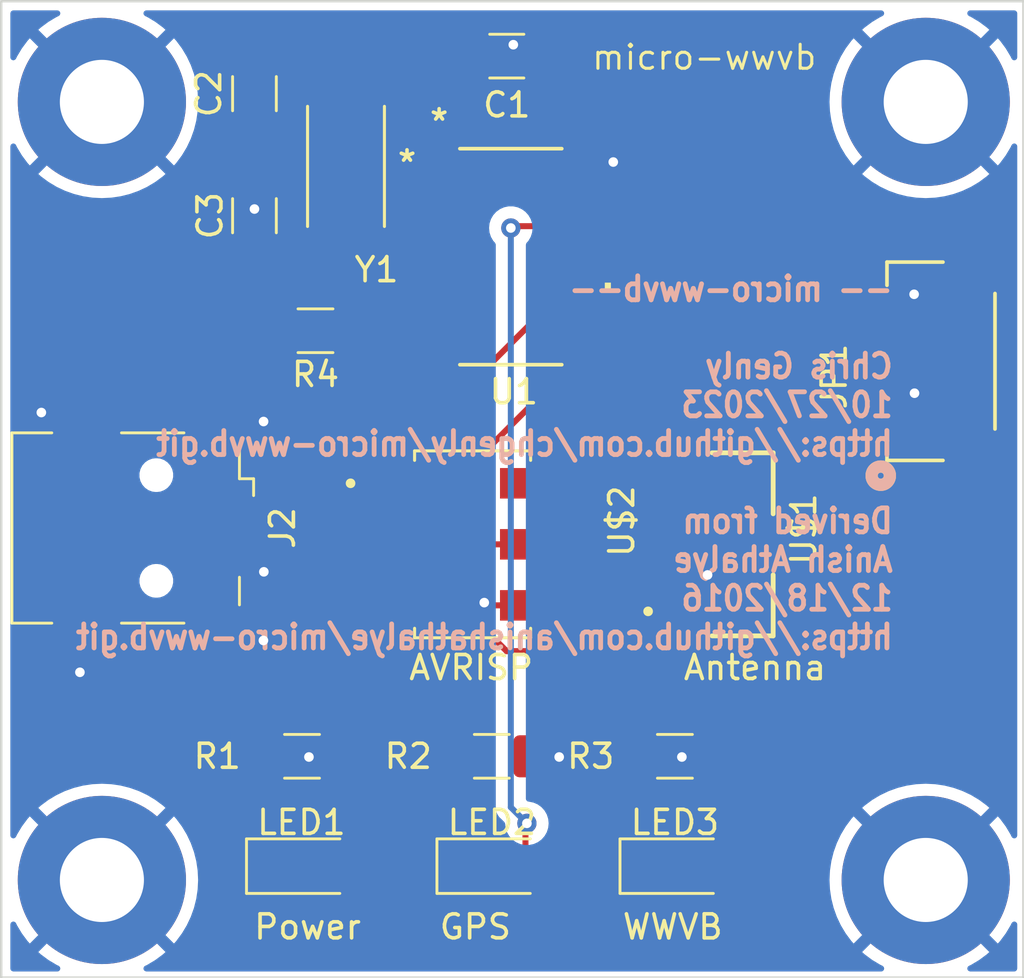
<source format=kicad_pcb>
(kicad_pcb (version 20221018) (generator pcbnew)
  (layers (0 "F.Cu" signal) (31 "B.Cu" signal) (34 "B.Paste" user) (35 "F.Paste" user) (36 "B.SilkS" user "B.Silkscreen") (37 "F.SilkS" user "F.Silkscreen") (38 "B.Mask" user) (39 "F.Mask" user) (44 "Edge.Cuts" user))
  (net 0 "")
  (net 1 "GND")
  (net 3 "VCC")
  (net 4 "Net-(U1-XTAL1{slash}PB0)")
  (net 5 "Net-(U1-XTAL2{slash}PB1)")
  (net 10 "Net-(U1-PA2)")
  (net 11 "Net-(U1-PA3)")
  (net 13 "Net-(LED1-K)")
  (net 14 "Net-(LED2-K)")
  (net 15 "Net-(LED2-A)")
  (net 16 "Net-(LED3-K)")
  (net 17 "Net-(LED3-A)")
  (net 18 "Net-(U1-~{RESET}{slash}PB3)")
  (net 19 "Net-(U1-PA5)")
  (net 20 "Net-(U1-PA6)")
  (net 21 "Net-(U1-PA4)")
  (footprint "Capacitor_SMD:C_1206_3216Metric_Pad1.33x1.80mm_HandSolder" (layer "F.Cu") (at 154.0125 50.8)
    (fp_text reference "C1" (at 0 2.032) (layer "F.SilkS"))
    (fp_text value "1 uF")
    (fp_line (start -0.711252 -0.91) (end 0.711252 -0.91) (stroke (width 0.12)) (layer "F.SilkS"))
    (fp_line (start -0.711252 0.91) (end 0.711252 0.91) (stroke (width 0.12)) (layer "F.SilkS"))
    (pad "1" smd roundrect (at -1.5625 0) (size 1.325 1.8) (layers "F.Cu" "F.Paste" "F.Mask") (roundrect_rratio 0.188679) (net 3 "VCC"))
    (pad "2" smd roundrect (at 1.5625 0) (size 1.325 1.8) (layers "F.Cu" "F.Paste" "F.Mask") (roundrect_rratio 0.188679) (net 1 "GND"))
  )
  (footprint "LED_SMD:LED_1206_3216Metric" (layer "F.Cu") (at 161.01 84.5149)
    (fp_text reference "LED3" (at 0 -1.82) (layer "F.SilkS"))
    (fp_text value "Blue(WWVB)")
    (fp_line (start -2.285 -1.135) (end -2.285 1.135) (stroke (width 0.12)) (layer "F.SilkS"))
    (fp_line (start -2.285 1.135) (end 1.6 1.135) (stroke (width 0.12)) (layer "F.SilkS"))
    (fp_line (start 1.6 -1.135) (end -2.285 -1.135) (stroke (width 0.12)) (layer "F.SilkS"))
    (pad "1" smd roundrect (at -1.4 0) (size 1.25 1.75) (layers "F.Cu" "F.Paste" "F.Mask") (roundrect_rratio 0.2) (net 16 "Net-(LED3-K)"))
    (pad "2" smd roundrect (at 1.4 0) (size 1.25 1.75) (layers "F.Cu" "F.Paste" "F.Mask") (roundrect_rratio 0.2) (net 17 "Net-(LED3-A)"))
  )
  (footprint "local-ispsmd:AMPHENOL_10125394-T0803ALF" (layer "F.Cu") (at 152.59 71.12 -90)
    (fp_text reference "U$2" (at -0.965 -6.205 -90) (layer "F.SilkS"))
    (fp_text value "10125394-T0803ALF")
    (fp_line (start -3.89 -2.415) (end -3.495 -2.415) (stroke (width 0.127)) (layer "F.SilkS"))
    (fp_line (start -3.89 2.415) (end -3.89 -2.415) (stroke (width 0.127)) (layer "F.SilkS"))
    (fp_line (start -3.495 2.415) (end -3.89 2.415) (stroke (width 0.127)) (layer "F.SilkS"))
    (fp_line (start 3.495 -2.415) (end 3.89 -2.415) (stroke (width 0.127)) (layer "F.SilkS"))
    (fp_line (start 3.89 -2.415) (end 3.89 2.415) (stroke (width 0.127)) (layer "F.SilkS"))
    (fp_line (start 3.89 2.415) (end 3.495 2.415) (stroke (width 0.127)) (layer "F.SilkS"))
    (fp_circle (center -2.54 5.08) (end -2.44 5.08) (stroke (width 0.2)) (fill none) (layer "F.SilkS"))
    (pad "A01" smd rect (at -2.54 2.73 270) (size 1.27 3.18) (layers "F.Cu" "F.Paste" "F.Mask") (net 19 "Net-(U1-PA5)"))
    (pad "A02" smd rect (at 0 2.73 270) (size 1.27 3.18) (layers "F.Cu" "F.Paste" "F.Mask") (net 21 "Net-(U1-PA4)"))
    (pad "A03" smd rect (at 2.54 2.73 270) (size 1.27 3.18) (layers "F.Cu" "F.Paste" "F.Mask") (net 18 "Net-(U1-~{RESET}{slash}PB3)"))
    (pad "B01" smd rect (at -2.54 -2.73 270) (size 1.27 3.18) (layers "F.Cu" "F.Paste" "F.Mask") (net 3 "VCC"))
    (pad "B02" smd rect (at 0 -2.73 270) (size 1.27 3.18) (layers "F.Cu" "F.Paste" "F.Mask") (net 20 "Net-(U1-PA6)"))
    (pad "B03" smd rect (at 2.54 -2.73 270) (size 1.27 3.18) (layers "F.Cu" "F.Paste" "F.Mask") (net 1 "GND"))
  )
  (footprint "local-SM06B_SRSS_TB:CONN_SM06B-SRSS-TB_JST" (layer "F.Cu") (at 172.085 63.5 90)
    (fp_text reference "JP1" (at -0.635 -4.445 90 unlocked) (layer "F.SilkS"))
    (fp_text value "SM06B-SRSS-TB")
    (fp_circle (center -4.7625 -2.506701) (end -4.3815 -2.506701) (stroke (width 0.508)) (fill none) (layer "B.SilkS"))
    (fp_line (start -4.1275 -2.2479) (end -4.1275 0.08306) (stroke (width 0.1524)) (layer "F.SilkS"))
    (fp_line (start -3.16294 -2.2479) (end -4.1275 -2.2479) (stroke (width 0.1524)) (layer "F.SilkS"))
    (fp_line (start -2.81956 2.2479) (end 2.81956 2.2479) (stroke (width 0.1524)) (layer "F.SilkS"))
    (fp_line (start 4.1275 -2.2479) (end 3.16294 -2.2479) (stroke (width 0.1524)) (layer "F.SilkS"))
    (fp_line (start 4.1275 0.08306) (end 4.1275 -2.2479) (stroke (width 0.1524)) (layer "F.SilkS"))
    (fp_circle (center -4.7625 -2.506701) (end -4.3815 -2.506701) (stroke (width 0.508)) (fill none) (layer "F.SilkS"))
    (pad "1" smd rect (at -2.5 -2.506701 90) (size 0.6604 1.5494) (layers "F.Cu" "F.Paste" "F.Mask"))
    (pad "2" smd rect (at -1.5 -2.506701 90) (size 0.6604 1.5494) (layers "F.Cu" "F.Paste" "F.Mask") (net 1 "GND"))
    (pad "3" smd rect (at -0.499999 -2.506701 90) (size 0.6604 1.5494) (layers "F.Cu" "F.Paste" "F.Mask") (net 11 "Net-(U1-PA3)"))
    (pad "4" smd rect (at 0.499999 -2.506701 90) (size 0.6604 1.5494) (layers "F.Cu" "F.Paste" "F.Mask") (net 10 "Net-(U1-PA2)"))
    (pad "5" smd rect (at 1.5 -2.506701 90) (size 0.6604 1.5494) (layers "F.Cu" "F.Paste" "F.Mask") (net 3 "VCC"))
    (pad "6" smd rect (at 2.5 -2.506701 90) (size 0.6604 1.5494) (layers "F.Cu" "F.Paste" "F.Mask") (net 1 "GND"))
    (pad "7" smd rect (at -3.8 1.3683 180) (size 1.905 1.2954) (layers "F.Cu" "F.Paste" "F.Mask"))
    (pad "8" smd rect (at 3.8 1.3683 180) (size 1.905 1.2954) (layers "F.Cu" "F.Paste" "F.Mask"))
  )
  (footprint "Capacitor_SMD:C_1206_3216Metric_Pad1.33x1.80mm_HandSolder" (layer "F.Cu") (at 143.51 52.3625 -90)
    (fp_text reference "C2" (at 0 1.905 -90) (layer "F.SilkS"))
    (fp_text value "10pF")
    (fp_line (start -0.711252 -0.91) (end 0.711252 -0.91) (stroke (width 0.12)) (layer "F.SilkS"))
    (fp_line (start -0.711252 0.91) (end 0.711252 0.91) (stroke (width 0.12)) (layer "F.SilkS"))
    (pad "1" smd roundrect (at -1.5625 0 270) (size 1.325 1.8) (layers "F.Cu" "F.Paste" "F.Mask") (roundrect_rratio 0.188679) (net 4 "Net-(U1-XTAL1{slash}PB0)"))
    (pad "2" smd roundrect (at 1.5625 0 270) (size 1.325 1.8) (layers "F.Cu" "F.Paste" "F.Mask") (roundrect_rratio 0.188679) (net 1 "GND"))
  )
  (footprint "Resistor_SMD:R_1206_3216Metric_Pad1.30x1.75mm_HandSolder" (layer "F.Cu") (at 153.39 79.9429 180)
    (fp_text reference "R2" (at 3.478 0 180) (layer "F.SilkS"))
    (fp_text value "1k")
    (fp_line (start -0.727064 -0.91) (end 0.727064 -0.91) (stroke (width 0.12)) (layer "F.SilkS"))
    (fp_line (start -0.727064 0.91) (end 0.727064 0.91) (stroke (width 0.12)) (layer "F.SilkS"))
    (pad "1" smd roundrect (at -1.55 0 180) (size 1.3 1.75) (layers "F.Cu" "F.Paste" "F.Mask") (roundrect_rratio 0.192308) (net 1 "GND"))
    (pad "2" smd roundrect (at 1.55 0 180) (size 1.3 1.75) (layers "F.Cu" "F.Paste" "F.Mask") (roundrect_rratio 0.192308) (net 14 "Net-(LED2-K)"))
  )
  (footprint "Resistor_SMD:R_1206_3216Metric_Pad1.30x1.75mm_HandSolder" (layer "F.Cu") (at 161.01 79.9429 180)
    (fp_text reference "R3" (at 3.504 0 180) (layer "F.SilkS"))
    (fp_text value "1k")
    (fp_line (start -0.727064 -0.91) (end 0.727064 -0.91) (stroke (width 0.12)) (layer "F.SilkS"))
    (fp_line (start -0.727064 0.91) (end 0.727064 0.91) (stroke (width 0.12)) (layer "F.SilkS"))
    (pad "1" smd roundrect (at -1.55 0 180) (size 1.3 1.75) (layers "F.Cu" "F.Paste" "F.Mask") (roundrect_rratio 0.192308) (net 1 "GND"))
    (pad "2" smd roundrect (at 1.55 0 180) (size 1.3 1.75) (layers "F.Cu" "F.Paste" "F.Mask") (roundrect_rratio 0.192308) (net 16 "Net-(LED3-K)"))
  )
  (footprint "LED_SMD:LED_1206_3216Metric" (layer "F.Cu") (at 145.464 84.5149)
    (fp_text reference "LED1" (at 0 -1.82) (layer "F.SilkS"))
    (fp_text value "Red(Power)")
    (fp_line (start -2.285 -1.135) (end -2.285 1.135) (stroke (width 0.12)) (layer "F.SilkS"))
    (fp_line (start -2.285 1.135) (end 1.6 1.135) (stroke (width 0.12)) (layer "F.SilkS"))
    (fp_line (start 1.6 -1.135) (end -2.285 -1.135) (stroke (width 0.12)) (layer "F.SilkS"))
    (pad "1" smd roundrect (at -1.4 0) (size 1.25 1.75) (layers "F.Cu" "F.Paste" "F.Mask") (roundrect_rratio 0.2) (net 13 "Net-(LED1-K)"))
    (pad "2" smd roundrect (at 1.4 0) (size 1.25 1.75) (layers "F.Cu" "F.Paste" "F.Mask") (roundrect_rratio 0.2) (net 3 "VCC"))
  )
  (footprint "Capacitor_SMD:C_1206_3216Metric_Pad1.33x1.80mm_HandSolder" (layer "F.Cu") (at 143.51 57.4425 90)
    (fp_text reference "C3" (at 0 -1.85 90) (layer "F.SilkS"))
    (fp_text value "10pF")
    (fp_line (start -0.711252 -0.91) (end 0.711252 -0.91) (stroke (width 0.12)) (layer "F.SilkS"))
    (fp_line (start -0.711252 0.91) (end 0.711252 0.91) (stroke (width 0.12)) (layer "F.SilkS"))
    (pad "1" smd roundrect (at -1.5625 0 90) (size 1.325 1.8) (layers "F.Cu" "F.Paste" "F.Mask") (roundrect_rratio 0.188679) (net 5 "Net-(U1-XTAL2{slash}PB1)"))
    (pad "2" smd roundrect (at 1.5625 0 90) (size 1.325 1.8) (layers "F.Cu" "F.Paste" "F.Mask") (roundrect_rratio 0.188679) (net 1 "GND"))
  )
  (footprint "MountingHole:MountingHole_3.5mm_Pad" (layer "F.Cu") (at 137.16 85.09)
    (fp_text reference "H3" hide)
    (fp_text value "MountingHole_Pad" hide)
    (pad "1" thru_hole circle (at 0 0) (size 7 7) (drill 3.5) (layers "*.Cu" "*.Mask") (net 1 "GND"))
  )
  (footprint "LED_SMD:LED_1206_3216Metric" (layer "F.Cu") (at 153.39 84.5149)
    (fp_text reference "LED2" (at 0 -1.82) (layer "F.SilkS"))
    (fp_text value "Green(GPS)")
    (fp_line (start -2.285 -1.135) (end -2.285 1.135) (stroke (width 0.12)) (layer "F.SilkS"))
    (fp_line (start -2.285 1.135) (end 1.6 1.135) (stroke (width 0.12)) (layer "F.SilkS"))
    (fp_line (start 1.6 -1.135) (end -2.285 -1.135) (stroke (width 0.12)) (layer "F.SilkS"))
    (pad "1" smd roundrect (at -1.4 0) (size 1.25 1.75) (layers "F.Cu" "F.Paste" "F.Mask") (roundrect_rratio 0.2) (net 14 "Net-(LED2-K)"))
    (pad "2" smd roundrect (at 1.4 0) (size 1.25 1.75) (layers "F.Cu" "F.Paste" "F.Mask") (roundrect_rratio 0.2) (net 15 "Net-(LED2-A)"))
  )
  (footprint "local-attiny:14S1_ATM-M" (layer "F.Cu") (at 154.1807 59.148)
    (fp_text reference "U1" (at 0.1243 5.622 unlocked) (layer "F.SilkS"))
    (fp_text value "ATtiny44A")
    (fp_text user "*" (at -4.3207 -3.903) (layer "F.SilkS"))
    (fp_text user "*" (at -2.9845 -5.6134 unlocked) (layer "F.SilkS"))
    (fp_line (start -2.1209 4.4958) (end 2.1209 4.4958) (stroke (width 0.1524)) (layer "F.SilkS"))
    (fp_line (start 2.1209 -4.4958) (end -2.1209 -4.4958) (stroke (width 0.1524)) (layer "F.SilkS"))
    (fp_poly (pts (xy 4.1656 1.0795) (xy 4.1656 1.4605) (xy 3.9116 1.4605) (xy 3.9116 1.0795)) (fill solid) (layer "F.SilkS"))
    (pad "1" smd rect (at -2.7305 -3.81) (size 1.8542 0.6604) (layers "F.Cu" "F.Paste" "F.Mask") (net 3 "VCC"))
    (pad "2" smd rect (at -2.7305 -2.54) (size 1.8542 0.6604) (layers "F.Cu" "F.Paste" "F.Mask") (net 4 "Net-(U1-XTAL1{slash}PB0)"))
    (pad "3" smd rect (at -2.7305 -1.27) (size 1.8542 0.6604) (layers "F.Cu" "F.Paste" "F.Mask") (net 5 "Net-(U1-XTAL2{slash}PB1)"))
    (pad "4" smd rect (at -2.7305 0) (size 1.8542 0.6604) (layers "F.Cu" "F.Paste" "F.Mask") (net 18 "Net-(U1-~{RESET}{slash}PB3)"))
    (pad "5" smd rect (at -2.7305 1.27) (size 1.8542 0.6604) (layers "F.Cu" "F.Paste" "F.Mask"))
    (pad "6" smd rect (at -2.7305 2.54) (size 1.8542 0.6604) (layers "F.Cu" "F.Paste" "F.Mask") (net 17 "Net-(LED3-A)"))
    (pad "7" smd rect (at -2.7305 3.81) (size 1.8542 0.6604) (layers "F.Cu" "F.Paste" "F.Mask") (net 20 "Net-(U1-PA6)"))
    (pad "8" smd rect (at 2.7305 3.81) (size 1.8542 0.6604) (layers "F.Cu" "F.Paste" "F.Mask") (net 19 "Net-(U1-PA5)"))
    (pad "9" smd rect (at 2.7305 2.54) (size 1.8542 0.6604) (layers "F.Cu" "F.Paste" "F.Mask") (net 21 "Net-(U1-PA4)"))
    (pad "10" smd rect (at 2.7305 1.27) (size 1.8542 0.6604) (layers "F.Cu" "F.Paste" "F.Mask") (net 11 "Net-(U1-PA3)"))
    (pad "11" smd rect (at 2.7305 0) (size 1.8542 0.6604) (layers "F.Cu" "F.Paste" "F.Mask") (net 10 "Net-(U1-PA2)"))
    (pad "12" smd rect (at 2.7305 -1.27) (size 1.8542 0.6604) (layers "F.Cu" "F.Paste" "F.Mask") (net 15 "Net-(LED2-A)"))
    (pad "13" smd rect (at 2.7305 -2.54) (size 1.8542 0.6604) (layers "F.Cu" "F.Paste" "F.Mask"))
    (pad "14" smd rect (at 2.7305 -3.81) (size 1.8542 0.6604) (layers "F.Cu" "F.Paste" "F.Mask") (net 1 "GND"))
  )
  (footprint "local-2_pin_header:SAMTEC_TSM-103-01-T-SV-002" (layer "F.Cu") (at 163.83 71.12 -90)
    (fp_text reference "U$1" (at -0.635 -2.54 90) (layer "F.SilkS"))
    (fp_text value "TSM-103-01-T-SV-002")
    (fp_line (start -3.81 -1.27) (end -1.27 -1.27) (stroke (width 0.2)) (layer "F.SilkS"))
    (fp_line (start -3.81 1.27) (end -3.81 -1.27) (stroke (width 0.2)) (layer "F.SilkS"))
    (fp_line (start 1.27 -1.27) (end 3.81 -1.27) (stroke (width 0.2)) (layer "F.SilkS"))
    (fp_line (start 3.81 -1.27) (end 3.81 1.27) (stroke (width 0.2)) (layer "F.SilkS"))
    (fp_circle (center 2.79 3.935) (end 2.89 3.935) (stroke (width 0.2)) (fill none) (layer "F.SilkS"))
    (pad "01" smd rect (at 2.54 1.46 270) (size 1.27 3.43) (layers "F.Cu" "F.Paste" "F.Mask") (net 1 "GND"))
    (pad "03" smd rect (at -2.54 1.46 270) (size 1.27 3.43) (layers "F.Cu" "F.Paste" "F.Mask") (net 19 "Net-(U1-PA5)"))
  )
  (footprint "MountingHole:MountingHole_3.5mm_Pad" (layer "F.Cu") (at 171.45 52.705)
    (fp_text reference "H2" hide)
    (fp_text value "MountingHole_Pad" hide)
    (pad "1" thru_hole circle (at 0 0) (size 7 7) (drill 3.5) (layers "*.Cu" "*.Mask") (net 1 "GND"))
  )
  (footprint "Resistor_SMD:R_1206_3216Metric_Pad1.30x1.75mm_HandSolder" (layer "F.Cu") (at 145.49 79.9429 180)
    (fp_text reference "R1" (at 3.53 0 180) (layer "F.SilkS"))
    (fp_text value "1k")
    (fp_line (start -0.727064 -0.91) (end 0.727064 -0.91) (stroke (width 0.12)) (layer "F.SilkS"))
    (fp_line (start -0.727064 0.91) (end 0.727064 0.91) (stroke (width 0.12)) (layer "F.SilkS"))
    (pad "1" smd roundrect (at -1.55 0 180) (size 1.3 1.75) (layers "F.Cu" "F.Paste" "F.Mask") (roundrect_rratio 0.192308) (net 1 "GND"))
    (pad "2" smd roundrect (at 1.55 0 180) (size 1.3 1.75) (layers "F.Cu" "F.Paste" "F.Mask") (roundrect_rratio 0.192308) (net 13 "Net-(LED1-K)"))
  )
  (footprint "Connector_USB:USB_Mini-B_Wuerth_65100516121_Horizontal" (layer "F.Cu") (at 139.425 70.44 -90)
    (fp_text reference "J2" (at 0 -5.25 -90) (layer "F.SilkS"))
    (fp_text value "USB_B_Mini")
    (fp_line (start -3.96 1.45) (end -3.96 -1.15) (stroke (width 0.12)) (layer "F.SilkS"))
    (fp_line (start -3.96 4.35) (end -3.96 6.01) (stroke (width 0.12)) (layer "F.SilkS"))
    (fp_line (start -3.96 6.01) (end 3.96 6.01) (stroke (width 0.12)) (layer "F.SilkS"))
    (fp_line (start -3.2 -3.46) (end -2.05 -3.46) (stroke (width 0.12)) (layer "F.SilkS"))
    (fp_line (start -2.05 -4.05) (end -1.35 -4.05) (stroke (width 0.12)) (layer "F.SilkS"))
    (fp_line (start -2.05 -3.46) (end -2.05 -4.05) (stroke (width 0.12)) (layer "F.SilkS"))
    (fp_line (start 2.05 -3.46) (end 3.2 -3.46) (stroke (width 0.12)) (layer "F.SilkS"))
    (fp_line (start 3.96 -1.15) (end 3.96 1.45) (stroke (width 0.12)) (layer "F.SilkS"))
    (fp_line (start 3.96 6.01) (end 3.96 4.35) (stroke (width 0.12)) (layer "F.SilkS"))
    (pad "" np_thru_hole circle (at -2.2 0 270) (size 0.9 0.9) (drill 0.9) (layers "*.Cu" "*.Mask"))
    (pad "" np_thru_hole circle (at 2.2 0 270) (size 0.9 0.9) (drill 0.9) (layers "*.Cu" "*.Mask"))
    (pad "1" smd rect (at -1.6 -2.6 270) (size 0.5 2.5) (layers "F.Cu" "F.Paste" "F.Mask") (net 3 "VCC"))
    (pad "2" smd rect (at -0.8 -2.6 270) (size 0.5 2.5) (layers "F.Cu" "F.Paste" "F.Mask"))
    (pad "3" smd rect (at 0 -2.6 270) (size 0.5 2.5) (layers "F.Cu" "F.Paste" "F.Mask"))
    (pad "4" smd rect (at 0.8 -2.6 270) (size 0.5 2.5) (layers "F.Cu" "F.Paste" "F.Mask"))
    (pad "5" smd rect (at 1.6 -2.6 270) (size 0.5 2.5) (layers "F.Cu" "F.Paste" "F.Mask") (net 1 "GND"))
    (pad "6" smd rect (at -4.4 -2.6 270) (size 2 2.5) (layers "F.Cu" "F.Paste" "F.Mask") (net 1 "GND"))
    (pad "6" smd rect (at -4.4 2.9 270) (size 2 2.5) (layers "F.Cu" "F.Paste" "F.Mask") (net 1 "GND"))
    (pad "6" smd rect (at 4.4 -2.6 270) (size 2 2.5) (layers "F.Cu" "F.Paste" "F.Mask") (net 1 "GND"))
    (pad "6" smd rect (at 4.4 2.9 270) (size 2 2.5) (layers "F.Cu" "F.Paste" "F.Mask") (net 1 "GND"))
  )
  (footprint "Resistor_SMD:R_1206_3216Metric_Pad1.30x1.75mm_HandSolder" (layer "F.Cu") (at 146.05 62.23 180)
    (fp_text reference "R4" (at 0 -1.82 180) (layer "F.SilkS"))
    (fp_text value "10k")
    (fp_line (start -0.727064 -0.91) (end 0.727064 -0.91) (stroke (width 0.12)) (layer "F.SilkS"))
    (fp_line (start -0.727064 0.91) (end 0.727064 0.91) (stroke (width 0.12)) (layer "F.SilkS"))
    (pad "1" smd roundrect (at -1.55 0 180) (size 1.3 1.75) (layers "F.Cu" "F.Paste" "F.Mask") (roundrect_rratio 0.192308) (net 18 "Net-(U1-~{RESET}{slash}PB3)"))
    (pad "2" smd roundrect (at 1.55 0 180) (size 1.3 1.75) (layers "F.Cu" "F.Paste" "F.Mask") (roundrect_rratio 0.192308) (net 3 "VCC"))
  )
  (footprint "MountingHole:MountingHole_3.5mm_Pad" (layer "F.Cu") (at 137.16 52.705)
    (fp_text reference "H1" hide)
    (fp_text value "MountingHole_Pad" hide)
    (pad "1" thru_hole circle (at 0 0) (size 7 7) (drill 3.5) (layers "*.Cu" "*.Mask") (net 1 "GND"))
  )
  (footprint "local-crystal:XTAL_ABM3-20.000MHZ-B2-T" (layer "F.Cu") (at 147.32 55.39 -90)
    (fp_text reference "Y1" (at 4.3 -1.27 180) (layer "F.SilkS"))
    (fp_text value "Crystal")
    (fp_line (start -2.5 -1.6) (end 2.5 -1.6) (stroke (width 0.127)) (layer "F.SilkS"))
    (fp_line (start -2.5 1.6) (end 2.5 1.6) (stroke (width 0.127)) (layer "F.SilkS"))
    (pad "1" smd rect (at -2.05 0 270) (size 1.9 2.4) (layers "F.Cu" "F.Paste" "F.Mask") (net 4 "Net-(U1-XTAL1{slash}PB0)"))
    (pad "2" smd rect (at 2.05 0 270) (size 1.9 2.4) (layers "F.Cu" "F.Paste" "F.Mask") (net 5 "Net-(U1-XTAL2{slash}PB1)"))
  )
  (footprint "MountingHole:MountingHole_3.5mm_Pad" (layer "F.Cu") (at 171.45 85.09)
    (fp_text reference "H4" hide)
    (fp_text value "MountingHole_Pad" hide)
    (pad "1" thru_hole circle (at 0 0) (size 7 7) (drill 3.5) (layers "*.Cu" "*.Mask") (net 1 "GND"))
  )
  (gr_rect (start 132.969 48.514) (end 175.514 89.154) (stroke (width 0.1)) (fill none) (layer "Edge.Cuts"))
  (gr_text "-- micro-wwvb--\n\nChris Genly\n10/27/2023\nhttps://github.com/chgenly/micro-wwvb.git\n\nDerived from\nAnish Athalye\n12/18/2016\nhttps://github.com/anishathalye/micro-wwvb.git" (at 170.18 75.565) (layer "B.SilkS") (effects (font (size 1 0.9) (thickness 0.2) bold) (justify left bottom mirror)))
  (gr_text "AVRISP" (at 149.86 76.835) (layer "F.SilkS") (effects (font (size 1 1)) (justify left bottom)))
  (gr_text "WWVB" (at 158.75 87.63) (layer "F.SilkS") (effects (font (size 1 1)) (justify left bottom)))
  (gr_text "Power" (at 143.4069 87.63) (layer "F.SilkS") (effects (font (size 1 1)) (justify left bottom)))
  (gr_text "micro-wwvb\n" (at 157.48 51.435) (layer "F.SilkS") (effects (font (size 1 1.016) (thickness 0.127)) (justify left bottom)))
  (gr_text "GPS" (at 151.13 87.63) (layer "F.SilkS") (effects (font (size 1 1)) (justify left bottom)))
  (gr_text "Antenna" (at 161.29 76.835) (layer "F.SilkS") (effects (font (size 1 1)) (justify left bottom)))
  (segment (start 170.8497 64.8302) (end 170.6799 65) (width 0.25) (layer "F.Cu") (net 1))
  (segment (start 154.2844 50.325) (end 155.1 50.325) (width 0.25) (layer "F.Cu") (net 1))
  (segment (start 162.56 79.9429) (end 162.5306 79.9723) (width 0.25) (layer "F.Cu") (net 1))
  (segment (start 136.525 66.04) (end 134.9481 66.04) (width 0.25) (layer "F.Cu") (net 1))
  (segment (start 143.901 72.265) (end 143.8269 72.265) (width 0.25) (layer "F.Cu") (net 1))
  (segment (start 143.51 57.1643) (end 143.51 55.88) (width 0.25) (layer "F.Cu") (net 1))
  (segment (start 143.51 53.925) (end 143.51 55.88) (width 0.25) (layer "F.Cu") (net 1))
  (segment (start 143.8269 72.265) (end 143.6019 72.04) (width 0.25) (layer "F.Cu") (net 1))
  (segment (start 162.5306 79.9723) (end 161.3004 79.9723) (width 0.25) (layer "F.Cu") (net 1))
  (segment (start 158.2945 55.2087) (end 158.1652 55.338) (width 0.25) (layer "F.Cu") (net 1))
  (segment (start 143.8833 75.1214) (end 143.6019 74.84) (width 0.25) (layer "F.Cu") (net 1))
  (segment (start 169.5783 61) (end 170.6799 61) (width 0.25) (layer "F.Cu") (net 1))
  (segment (start 142.025 74.84) (end 143.6019 74.84) (width 0.25) (layer "F.Cu") (net 1))
  (segment (start 170.9666 60.7133) (end 170.6799 61) (width 0.25) (layer "F.Cu") (net 1))
  (segment (start 156.9112 55.338) (end 158.1652 55.338) (width 0.25) (layer "F.Cu") (net 1))
  (segment (start 153.0751 73.5461) (end 153.2892 73.5461) (width 0.25) (layer "F.Cu") (net 1))
  (segment (start 134.6402 65.634) (end 134.9481 65.9419) (width 0.25) (layer "F.Cu") (net 1))
  (segment (start 136.525 76.1669) (end 136.2453 76.4466) (width 0.25) (layer "F.Cu") (net 1))
  (segment (start 147.0109 79.972) (end 147.04 79.9429) (width 0.25) (layer "F.Cu") (net 1))
  (segment (start 154.9691 79.972) (end 154.94 79.9429) (width 0.25) (layer "F.Cu") (net 1))
  (segment (start 156.1936 79.972) (end 154.9691 79.972) (width 0.25) (layer "F.Cu") (net 1))
  (segment (start 143.8897 66.0086) (end 143.6333 66.0086) (width 0.25) (layer "F.Cu") (net 1))
  (segment (start 142.025 72.04) (end 143.6019 72.04) (width 0.25) (layer "F.Cu") (net 1))
  (segment (start 136.525 74.84) (end 136.525 76.1669) (width 0.25) (layer "F.Cu") (net 1))
  (segment (start 162.37 72.3943) (end 162.37 73.66) (width 0.25) (layer "F.Cu") (net 1))
  (segment (start 169.5783 65) (end 170.6799 65) (width 0.25) (layer "F.Cu") (net 1))
  (segment (start 158.4448 55.2087) (end 158.2945 55.2087) (width 0.25) (layer "F.Cu") (net 1))
  (segment (start 134.9481 65.9419) (end 134.9481 66.04) (width 0.25) (layer "F.Cu") (net 1))
  (segment (start 170.9827 64.8302) (end 170.8497 64.8302) (width 0.25) (layer "F.Cu") (net 1))
  (segment (start 145.778 79.972) (end 147.0109 79.972) (width 0.25) (layer "F.Cu") (net 1))
  (segment (start 155.1 50.325) (end 155.575 50.8) (width 0.25) (layer "F.Cu") (net 1))
  (segment (start 155.32 73.66) (end 153.4031 73.66) (width 0.25) (layer "F.Cu") (net 1))
  (segment (start 143.6333 66.0086) (end 143.6019 66.04) (width 0.25) (layer "F.Cu") (net 1))
  (segment (start 153.2892 73.5461) (end 153.4031 73.66) (width 0.25) (layer "F.Cu") (net 1))
  (segment (start 142.025 66.04) (end 143.6019 66.04) (width 0.25) (layer "F.Cu") (net 1))
  (via (at 170.9827 64.8302) (size 0.8) (drill 0.4) (layers "F.Cu" "B.Cu") (net 1))
  (via (at 170.9666 60.7133) (size 0.8) (drill 0.4) (layers "F.Cu" "B.Cu") (net 1))
  (via (at 145.778 79.972) (size 0.8) (drill 0.4) (layers "F.Cu" "B.Cu") (net 1))
  (via (at 162.37 72.3943) (size 0.8) (drill 0.4) (layers "F.Cu" "B.Cu") (net 1))
  (via (at 153.0751 73.5461) (size 0.8) (drill 0.4) (layers "F.Cu" "B.Cu") (net 1))
  (via (at 143.8833 75.1214) (size 0.8) (drill 0.4) (layers "F.Cu" "B.Cu") (net 1))
  (via (at 134.6402 65.634) (size 0.8) (drill 0.4) (layers "F.Cu" "B.Cu") (net 1))
  (via (at 143.8897 66.0086) (size 0.8) (drill 0.4) (layers "F.Cu" "B.Cu") (net 1))
  (via (at 161.3004 79.9723) (size 0.8) (drill 0.4) (layers "F.Cu" "B.Cu") (net 1))
  (via (at 136.2453 76.4466) (size 0.8) (drill 0.4) (layers "F.Cu" "B.Cu") (net 1))
  (via (at 143.51 57.1643) (size 0.8) (drill 0.4) (layers "F.Cu" "B.Cu") (net 1))
  (via (at 154.2844 50.325) (size 0.8) (drill 0.4) (layers "F.Cu" "B.Cu") (net 1))
  (via (at 158.4448 55.2087) (size 0.8) (drill 0.4) (layers "F.Cu" "B.Cu") (net 1))
  (via (at 143.901 72.265) (size 0.8) (drill 0.4) (layers "F.Cu" "B.Cu") (net 1))
  (via (at 156.1936 79.972) (size 0.8) (drill 0.4) (layers "F.Cu" "B.Cu") (net 1))
  (segment (start 142.025 68.84) (end 143.4885 68.84) (width 0.25) (layer "F.Cu") (net 3))
  (segment (start 143.4885 68.84) (end 145.0419 70.3934) (width 0.25) (layer "F.Cu") (net 3))
  (segment (start 171.7373 63.0574) (end 171.7373 65.4087) (width 0.25) (layer "F.Cu") (net 3))
  (segment (start 144.6294 62.3594) (end 144.5 62.23) (width 0.25) (layer "F.Cu") (net 3))
  (segment (start 142.6233 49.7818) (end 151.4318 49.7818) (width 0.25) (layer "F.Cu") (net 3))
  (segment (start 152.7042 54.4537) (end 159.6038 54.4537) (width 0.25) (layer "F.Cu") (net 3))
  (segment (start 159.6038 54.4537) (end 167.1501 62) (width 0.25) (layer "F.Cu") (net 3))
  (segment (start 170.6799 62) (end 171.7373 63.0574) (width 0.25) (layer "F.Cu") (net 3))
  (segment (start 142.2537 59.9837) (end 142.2537 50.1514) (width 0.25) (layer "F.Cu") (net 3))
  (segment (start 151.4318 49.7818) (end 152.45 50.8) (width 0.25) (layer "F.Cu") (net 3))
  (segment (start 167.6041 69.5419) (end 158.1988 69.5419) (width 0.25) (layer "F.Cu") (net 3))
  (segment (start 143.4885 68.84) (end 144.6294 67.6991) (width 0.25) (layer "F.Cu") (net 3))
  (segment (start 144.5 62.23) (end 142.2537 59.9837) (width 0.25) (layer "F.Cu") (net 3))
  (segment (start 167.1501 62) (end 169.5783 62) (width 0.25) (layer "F.Cu") (net 3))
  (segment (start 152.45 50.8) (end 152.7042 51.0542) (width 0.25) (layer "F.Cu") (net 3))
  (segment (start 155.32 68.58) (end 157.2369 68.58) (width 0.25) (layer "F.Cu") (net 3))
  (segment (start 142.2537 50.1514) (end 142.6233 49.7818) (width 0.25) (layer "F.Cu") (net 3))
  (segment (start 158.1988 69.5419) (end 157.2369 68.58) (width 0.25) (layer "F.Cu") (net 3))
  (segment (start 152.7042 51.0542) (end 152.7042 54.4537) (width 0.25) (layer "F.Cu") (net 3))
  (segment (start 145.0419 70.3934) (end 145.0419 82.6928) (width 0.25) (layer "F.Cu") (net 3))
  (segment (start 169.5783 62) (end 170.6799 62) (width 0.25) (layer "F.Cu") (net 3))
  (segment (start 171.7373 65.4087) (end 167.6041 69.5419) (width 0.25) (layer "F.Cu") (net 3))
  (segment (start 152.7042 54.4537) (end 152.7042 55.338) (width 0.25) (layer "F.Cu") (net 3))
  (segment (start 151.4502 55.338) (end 152.7042 55.338) (width 0.25) (layer "F.Cu") (net 3))
  (segment (start 144.6294 67.6991) (end 144.6294 62.3594) (width 0.25) (layer "F.Cu") (net 3))
  (segment (start 145.0419 82.6928) (end 146.864 84.5149) (width 0.25) (layer "F.Cu") (net 3))
  (segment (start 147.32 52.0631) (end 144.7731 52.0631) (width 0.25) (layer "F.Cu") (net 4))
  (segment (start 144.7731 52.0631) (end 143.51 50.8) (width 0.25) (layer "F.Cu") (net 4))
  (segment (start 147.32 53.34) (end 147.32 54.6169) (width 0.25) (layer "F.Cu") (net 4))
  (segment (start 150.1962 56.608) (end 148.2051 54.6169) (width 0.25) (layer "F.Cu") (net 4))
  (segment (start 147.32 53.34) (end 147.32 52.0631) (width 0.25) (layer "F.Cu") (net 4))
  (segment (start 151.4502 56.608) (end 150.1962 56.608) (width 0.25) (layer "F.Cu") (net 4))
  (segment (start 148.2051 54.6169) (end 147.32 54.6169) (width 0.25) (layer "F.Cu") (net 4))
  (segment (start 151.4502 57.878) (end 150.1962 57.878) (width 0.25) (layer "F.Cu") (net 5))
  (segment (start 149.7582 57.44) (end 147.32 57.44) (width 0.25) (layer "F.Cu") (net 5))
  (segment (start 147.32 57.44) (end 145.075 57.44) (width 0.25) (layer "F.Cu") (net 5))
  (segment (start 150.1962 57.878) (end 149.7582 57.44) (width 0.25) (layer "F.Cu") (net 5))
  (segment (start 145.075 57.44) (end 143.51 59.005) (width 0.25) (layer "F.Cu") (net 5))
  (segment (start 162.3073 59.148) (end 166.1593 63) (width 0.25) (layer "F.Cu") (net 10))
  (segment (start 156.9112 59.148) (end 162.3073 59.148) (width 0.25) (layer "F.Cu") (net 10))
  (segment (start 166.1593 63) (end 169.5783 63) (width 0.25) (layer "F.Cu") (net 10))
  (segment (start 159.3859 60.418) (end 162.9679 64) (width 0.25) (layer "F.Cu") (net 11))
  (segment (start 162.9679 64) (end 169.5783 64) (width 0.25) (layer "F.Cu") (net 11))
  (segment (start 156.9112 60.418) (end 159.3859 60.418) (width 0.25) (layer "F.Cu") (net 11))
  (segment (start 143.94 79.9429) (end 144.064 80.0669) (width 0.25) (layer "F.Cu") (net 13))
  (segment (start 144.064 80.0669) (end 144.064 84.5149) (width 0.25) (layer "F.Cu") (net 13))
  (segment (start 151.84 79.9429) (end 151.99 80.0929) (width 0.25) (layer "F.Cu") (net 14))
  (segment (start 151.99 80.0929) (end 151.99 84.5149) (width 0.25) (layer "F.Cu") (net 14))
  (segment (start 156.9112 57.878) (end 154.2564 57.878) (width 0.25) (layer "F.Cu") (net 15))
  (segment (start 154.2564 57.878) (end 154.1807 57.9537) (width 0.25) (layer "F.Cu") (net 15))
  (segment (start 154.85 82.7336) (end 154.79 82.7936) (width 0.25) (layer "F.Cu") (net 15))
  (segment (start 154.79 82.7936) (end 154.79 84.5149) (width 0.25) (layer "F.Cu") (net 15))
  (via (at 154.85 82.7336) (size 0.8) (drill 0.4) (layers "F.Cu" "B.Cu") (net 15))
  (via (at 154.1807 57.9537) (size 0.8) (drill 0.4) (layers "F.Cu" "B.Cu") (net 15))
  (segment (start 154.1807 82.0643) (end 154.85 82.7336) (width 0.25) (layer "B.Cu") (net 15))
  (segment (start 154.1807 57.9537) (end 154.1807 82.0643) (width 0.25) (layer "B.Cu") (net 15))
  (segment (start 159.46 79.9429) (end 159.46 84.3649) (width 0.25) (layer "F.Cu") (net 16))
  (segment (start 159.46 84.3649) (end 159.61 84.5149) (width 0.25) (layer "F.Cu") (net 16))
  (segment (start 156.9401 75.5662) (end 154.0067 75.5662) (width 0.25) (layer "F.Cu") (net 17))
  (segment (start 151.4502 61.688) (end 150.1962 61.688) (width 0.25) (layer "F.Cu") (net 17))
  (segment (start 147.0335 71.7283) (end 147.0335 64.8507) (width 0.25) (layer "F.Cu") (net 17))
  (segment (start 152.1255 73.1504) (end 151.5911 72.616) (width 0.25) (layer "F.Cu") (net 17))
  (segment (start 160.5049 82.6098) (end 160.5049 79.131) (width 0.25) (layer "F.Cu") (net 17))
  (segment (start 162.41 84.5149) (end 160.5049 82.6098) (width 0.25) (layer "F.Cu") (net 17))
  (segment (start 147.9212 72.616) (end 147.0335 71.7283) (width 0.25) (layer "F.Cu") (net 17))
  (segment (start 151.5911 72.616) (end 147.9212 72.616) (width 0.25) (layer "F.Cu") (net 17))
  (segment (start 154.0067 75.5662) (end 152.1255 73.685) (width 0.25) (layer "F.Cu") (net 17))
  (segment (start 147.0335 64.8507) (end 150.1962 61.688) (width 0.25) (layer "F.Cu") (net 17))
  (segment (start 152.1255 73.685) (end 152.1255 73.1504) (width 0.25) (layer "F.Cu") (net 17))
  (segment (start 160.5049 79.131) (end 156.9401 75.5662) (width 0.25) (layer "F.Cu") (net 17))
  (segment (start 151.4502 59.148) (end 150.1962 59.148) (width 0.25) (layer "F.Cu") (net 18))
  (segment (start 150.1962 59.148) (end 150.1962 59.6338) (width 0.25) (layer "F.Cu") (net 18))
  (segment (start 149.86 73.66) (end 147.9431 73.66) (width 0.25) (layer "F.Cu") (net 18))
  (segment (start 146.5771 72.294) (end 147.9431 73.66) (width 0.25) (layer "F.Cu") (net 18))
  (segment (start 147.6 62.23) (end 146.5771 63.2529) (width 0.25) (layer "F.Cu") (net 18))
  (segment (start 150.1962 59.6338) (end 147.6 62.23) (width 0.25) (layer "F.Cu") (net 18))
  (segment (start 146.5771 63.2529) (end 146.5771 72.294) (width 0.25) (layer "F.Cu") (net 18))
  (segment (start 158.367 63.6151) (end 158.1652 63.6151) (width 0.25) (layer "F.Cu") (net 19))
  (segment (start 162.37 68.58) (end 162.37 67.6181) (width 0.25) (layer "F.Cu") (net 19))
  (segment (start 149.86 68.58) (end 151.7769 68.58) (width 0.25) (layer "F.Cu") (net 19))
  (segment (start 162.37 67.6181) (end 158.367 63.6151) (width 0.25) (layer "F.Cu") (net 19))
  (segment (start 156.7418 63.6151) (end 151.7769 68.58) (width 0.25) (layer "F.Cu") (net 19))
  (segment (start 156.9112 62.958) (end 158.1652 62.958) (width 0.25) (layer "F.Cu") (net 19))
  (segment (start 158.1652 63.6151) (end 158.1652 62.958) (width 0.25) (layer "F.Cu") (net 19))
  (segment (start 158.1652 63.6151) (end 156.7418 63.6151) (width 0.25) (layer "F.Cu") (net 19))
  (segment (start 147.4899 71.4467) (end 147.4899 65.6643) (width 0.25) (layer "F.Cu") (net 20))
  (segment (start 148.1251 72.0819) (end 147.4899 71.4467) (width 0.25) (layer "F.Cu") (net 20))
  (segment (start 151.4502 62.958) (end 150.1962 62.958) (width 0.25) (layer "F.Cu") (net 20))
  (segment (start 152.4412 72.0819) (end 148.1251 72.0819) (width 0.25) (layer "F.Cu") (net 20))
  (segment (start 147.4899 65.6643) (end 150.1962 62.958) (width 0.25) (layer "F.Cu") (net 20))
  (segment (start 153.4031 71.12) (end 152.4412 72.0819) (width 0.25) (layer "F.Cu") (net 20))
  (segment (start 155.32 71.12) (end 153.4031 71.12) (width 0.25) (layer "F.Cu") (net 20))
  (segment (start 152.7246 64.2189) (end 155.2555 61.688) (width 0.25) (layer "F.Cu") (net 21))
  (segment (start 147.9431 71.12) (end 147.9431 67.7794) (width 0.25) (layer "F.Cu") (net 21))
  (segment (start 151.5036 64.2189) (end 152.7246 64.2189) (width 0.25) (layer "F.Cu") (net 21))
  (segment (start 149.86 71.12) (end 147.9431 71.12) (width 0.25) (layer "F.Cu") (net 21))
  (segment (start 155.2555 61.688) (end 156.9112 61.688) (width 0.25) (layer "F.Cu") (net 21))
  (segment (start 147.9431 67.7794) (end 151.5036 64.2189) (width 0.25) (layer "F.Cu") (net 21))
  (zone (net 1) (net_name "GND") (layer "B.Cu") (connect_pads (clearance 0.5)) (min_thickness 0.25) (fill yes (thermal_gap 0.5) (thermal_bridge_width 0.5) (island_removal_mode 1) (island_area_min 9.999999))
    (polygon (pts (xy 133.35 48.895) (xy 133.35 88.9) (xy 175.26 88.9) (xy 175.26 48.895)))
  )
)
</source>
